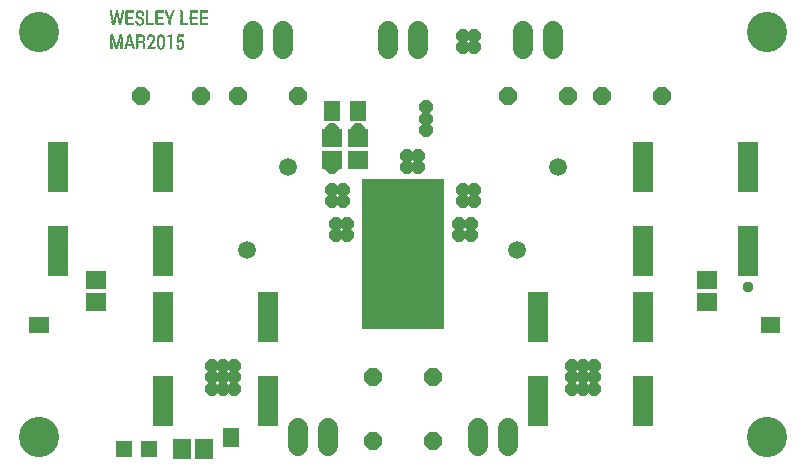
<source format=gts>
G75*
G70*
%OFA0B0*%
%FSLAX24Y24*%
%IPPOS*%
%LPD*%
%AMOC8*
5,1,8,0,0,1.08239X$1,22.5*
%
%ADD10R,0.2750X0.5000*%
%ADD11R,0.0070X0.0010*%
%ADD12R,0.0010X0.0010*%
%ADD13R,0.0050X0.0010*%
%ADD14R,0.0060X0.0010*%
%ADD15R,0.0270X0.0010*%
%ADD16R,0.0130X0.0010*%
%ADD17R,0.0140X0.0010*%
%ADD18R,0.0150X0.0010*%
%ADD19R,0.0160X0.0010*%
%ADD20R,0.0170X0.0010*%
%ADD21R,0.0190X0.0010*%
%ADD22R,0.0210X0.0010*%
%ADD23R,0.0080X0.0010*%
%ADD24R,0.0260X0.0010*%
%ADD25R,0.0090X0.0010*%
%ADD26R,0.0100X0.0010*%
%ADD27R,0.0040X0.0010*%
%ADD28R,0.0110X0.0010*%
%ADD29R,0.0280X0.0010*%
%ADD30R,0.0250X0.0010*%
%ADD31R,0.0020X0.0010*%
%ADD32R,0.0230X0.0010*%
%ADD33R,0.0220X0.0010*%
%ADD34R,0.0200X0.0010*%
%ADD35R,0.0120X0.0010*%
%ADD36R,0.0030X0.0010*%
%ADD37R,0.0240X0.0010*%
%ADD38OC8,0.0600*%
%ADD39R,0.0671X0.0592*%
%ADD40R,0.0580X0.0330*%
%ADD41OC8,0.0480*%
%ADD42C,0.0595*%
%ADD43C,0.1340*%
%ADD44R,0.0710X0.1655*%
%ADD45C,0.0680*%
%ADD46R,0.0330X0.0580*%
%ADD47R,0.0592X0.0671*%
%ADD48R,0.0552X0.0552*%
%ADD49OC8,0.0437*%
%ADD50OC8,0.0358*%
D10*
X014900Y011625D03*
D11*
X006830Y018425D03*
X006900Y018495D03*
X006910Y018505D03*
X006920Y018515D03*
X006920Y018535D03*
X006920Y018555D03*
X006930Y018565D03*
X006920Y018575D03*
X006930Y018585D03*
X006930Y018605D03*
X006930Y018625D03*
X006930Y018645D03*
X006930Y018655D03*
X006930Y018665D03*
X006930Y018685D03*
X006930Y018705D03*
X006930Y018725D03*
X006930Y018735D03*
X006930Y018745D03*
X006920Y018775D03*
X006920Y018795D03*
X006920Y018815D03*
X006910Y018825D03*
X006900Y018835D03*
X006830Y018905D03*
X006750Y018835D03*
X006750Y018825D03*
X006740Y018815D03*
X006740Y018795D03*
X006730Y018785D03*
X006730Y018765D03*
X006730Y018755D03*
X006730Y018745D03*
X006730Y018735D03*
X006730Y018725D03*
X006730Y018715D03*
X006730Y018705D03*
X006730Y018695D03*
X006730Y018685D03*
X006730Y018675D03*
X006730Y018665D03*
X006730Y018655D03*
X006730Y018645D03*
X006730Y018635D03*
X006730Y018625D03*
X006730Y018615D03*
X006730Y018605D03*
X006730Y018595D03*
X006730Y018585D03*
X006730Y018575D03*
X006730Y018565D03*
X006730Y018545D03*
X006740Y018535D03*
X006740Y018515D03*
X006750Y018505D03*
X006750Y018495D03*
X006540Y018635D03*
X006530Y018625D03*
X006520Y018615D03*
X006510Y018605D03*
X006490Y018565D03*
X006480Y018555D03*
X006470Y018545D03*
X006460Y018535D03*
X006450Y018525D03*
X006430Y018485D03*
X006280Y018455D03*
X006270Y018465D03*
X006270Y018475D03*
X006270Y018485D03*
X006270Y018495D03*
X006270Y018505D03*
X006270Y018515D03*
X006270Y018525D03*
X006270Y018535D03*
X006270Y018545D03*
X006270Y018565D03*
X006270Y018585D03*
X006260Y018595D03*
X006250Y018625D03*
X006250Y018705D03*
X006260Y018715D03*
X006260Y018735D03*
X006260Y018755D03*
X006270Y018765D03*
X006270Y018775D03*
X006270Y018785D03*
X006260Y018815D03*
X006260Y018825D03*
X006250Y018845D03*
X006400Y018795D03*
X006410Y018805D03*
X006410Y018815D03*
X006410Y018825D03*
X006420Y018835D03*
X006430Y018845D03*
X006400Y018775D03*
X006510Y018905D03*
X006580Y018845D03*
X006590Y018825D03*
X006600Y018815D03*
X006600Y018795D03*
X006600Y018775D03*
X006600Y018755D03*
X006590Y018745D03*
X006590Y018725D03*
X006580Y018715D03*
X006580Y018695D03*
X006570Y018685D03*
X006560Y018675D03*
X006550Y018655D03*
X006280Y018435D03*
X006040Y018435D03*
X006040Y018455D03*
X006040Y018475D03*
X006040Y018495D03*
X006050Y018505D03*
X006040Y018515D03*
X006040Y018535D03*
X006040Y018555D03*
X006040Y018575D03*
X006050Y018585D03*
X006040Y018595D03*
X006040Y018615D03*
X006040Y018635D03*
X006040Y018695D03*
X006040Y018715D03*
X006040Y018735D03*
X006050Y018745D03*
X006040Y018755D03*
X006040Y018775D03*
X006040Y018795D03*
X006040Y018815D03*
X006050Y018825D03*
X006040Y018835D03*
X006040Y018855D03*
X005820Y018795D03*
X005820Y018775D03*
X005830Y018765D03*
X005830Y018745D03*
X005840Y018735D03*
X005840Y018715D03*
X005850Y018685D03*
X005860Y018655D03*
X005870Y018625D03*
X005890Y018545D03*
X005900Y018535D03*
X005900Y018515D03*
X005900Y018495D03*
X005910Y018485D03*
X005920Y018455D03*
X005920Y018435D03*
X005670Y018525D03*
X005670Y018535D03*
X005670Y018545D03*
X005660Y018515D03*
X005660Y018495D03*
X005650Y018465D03*
X005640Y018455D03*
X005640Y018435D03*
X005510Y018445D03*
X005510Y018465D03*
X005510Y018485D03*
X005510Y018505D03*
X005510Y018525D03*
X005510Y018545D03*
X005510Y018565D03*
X005510Y018585D03*
X005510Y018605D03*
X005510Y018625D03*
X005510Y018645D03*
X005510Y018665D03*
X005690Y018605D03*
X005700Y018635D03*
X005700Y018655D03*
X005710Y018665D03*
X005720Y018695D03*
X005720Y018715D03*
X005730Y018745D03*
X005740Y018775D03*
X005780Y018895D03*
X005680Y019295D03*
X005690Y019305D03*
X005680Y019315D03*
X005680Y019335D03*
X005680Y019355D03*
X005680Y019375D03*
X005690Y019385D03*
X005680Y019395D03*
X005680Y019415D03*
X005680Y019435D03*
X005680Y019515D03*
X005680Y019535D03*
X005690Y019545D03*
X005680Y019555D03*
X005680Y019575D03*
X005680Y019595D03*
X005680Y019615D03*
X005690Y019625D03*
X005680Y019635D03*
X005680Y019655D03*
X005560Y019655D03*
X005550Y019645D03*
X005550Y019625D03*
X005540Y019595D03*
X005540Y019575D03*
X005530Y019545D03*
X005530Y019525D03*
X005520Y019495D03*
X005520Y019475D03*
X005510Y019425D03*
X005500Y019395D03*
X005420Y019435D03*
X005400Y019515D03*
X005320Y019535D03*
X005300Y019455D03*
X005200Y019455D03*
X005200Y019475D03*
X005190Y019505D03*
X005180Y019535D03*
X005180Y019555D03*
X005180Y019575D03*
X005170Y019605D03*
X005170Y019615D03*
X005170Y019625D03*
X005160Y019655D03*
X005160Y019675D03*
X005160Y019695D03*
X005150Y019705D03*
X005360Y019695D03*
X005360Y019675D03*
X005360Y019655D03*
X005560Y019675D03*
X005560Y019695D03*
X005200Y019435D03*
X005210Y019405D03*
X005240Y019255D03*
X005250Y019245D03*
X005470Y019245D03*
X005470Y019265D03*
X005470Y019285D03*
X006000Y019355D03*
X006010Y019325D03*
X006010Y019315D03*
X006020Y019295D03*
X006030Y019285D03*
X006130Y019225D03*
X006230Y019305D03*
X006240Y019315D03*
X006240Y019335D03*
X006240Y019355D03*
X006240Y019375D03*
X006230Y019385D03*
X006230Y019405D03*
X006370Y019405D03*
X006380Y019415D03*
X006370Y019425D03*
X006380Y019435D03*
X006380Y019455D03*
X006370Y019465D03*
X006380Y019475D03*
X006370Y019485D03*
X006380Y019495D03*
X006370Y019505D03*
X006380Y019515D03*
X006380Y019535D03*
X006370Y019545D03*
X006380Y019555D03*
X006370Y019565D03*
X006380Y019575D03*
X006370Y019585D03*
X006380Y019595D03*
X006380Y019615D03*
X006370Y019625D03*
X006380Y019635D03*
X006370Y019645D03*
X006380Y019655D03*
X006370Y019665D03*
X006380Y019675D03*
X006380Y019695D03*
X006370Y019705D03*
X006230Y019625D03*
X006230Y019615D03*
X006220Y019635D03*
X006210Y019645D03*
X006240Y019595D03*
X006240Y019575D03*
X006130Y019705D03*
X006030Y019645D03*
X006030Y019625D03*
X006020Y019615D03*
X006020Y019595D03*
X006020Y019575D03*
X006020Y019555D03*
X006030Y019545D03*
X006370Y019385D03*
X006380Y019395D03*
X006380Y019375D03*
X006380Y019355D03*
X006370Y019345D03*
X006380Y019335D03*
X006370Y019325D03*
X006380Y019315D03*
X006370Y019305D03*
X006380Y019295D03*
X006680Y019295D03*
X006690Y019305D03*
X006680Y019315D03*
X006680Y019335D03*
X006680Y019355D03*
X006680Y019375D03*
X006690Y019385D03*
X006680Y019395D03*
X006680Y019415D03*
X006680Y019435D03*
X006680Y019515D03*
X006680Y019535D03*
X006690Y019545D03*
X006680Y019555D03*
X006680Y019575D03*
X006680Y019595D03*
X006680Y019615D03*
X006690Y019625D03*
X006680Y019635D03*
X006680Y019655D03*
X006990Y019685D03*
X007000Y019675D03*
X007000Y019665D03*
X007000Y019655D03*
X007010Y019645D03*
X007010Y019625D03*
X007020Y019615D03*
X007030Y019595D03*
X007030Y019585D03*
X007040Y019575D03*
X007050Y019545D03*
X007060Y019535D03*
X007060Y019515D03*
X007070Y019505D03*
X007080Y019495D03*
X007150Y019485D03*
X007160Y019495D03*
X007160Y019515D03*
X007170Y019525D03*
X007180Y019535D03*
X007180Y019555D03*
X007190Y019565D03*
X007200Y019595D03*
X007210Y019605D03*
X007210Y019625D03*
X007220Y019635D03*
X007230Y019665D03*
X007240Y019675D03*
X007240Y019685D03*
X007240Y019695D03*
X007250Y019705D03*
X007510Y019705D03*
X007520Y019695D03*
X007510Y019685D03*
X007520Y019675D03*
X007520Y019655D03*
X007520Y019635D03*
X007510Y019625D03*
X007520Y019615D03*
X007510Y019605D03*
X007520Y019595D03*
X007520Y019575D03*
X007520Y019555D03*
X007510Y019545D03*
X007520Y019535D03*
X007510Y019525D03*
X007520Y019515D03*
X007520Y019495D03*
X007520Y019475D03*
X007510Y019465D03*
X007520Y019455D03*
X007510Y019445D03*
X007520Y019435D03*
X007520Y019415D03*
X007520Y019395D03*
X007510Y019385D03*
X007520Y019375D03*
X007510Y019365D03*
X007520Y019355D03*
X007520Y019335D03*
X007520Y019315D03*
X007510Y019305D03*
X007520Y019295D03*
X007510Y019285D03*
X007820Y019295D03*
X007820Y019315D03*
X007820Y019335D03*
X007820Y019355D03*
X007820Y019375D03*
X007820Y019395D03*
X007820Y019415D03*
X007820Y019435D03*
X007820Y019515D03*
X007820Y019535D03*
X007820Y019555D03*
X007820Y019575D03*
X007820Y019595D03*
X007820Y019615D03*
X007820Y019635D03*
X007820Y019655D03*
X008160Y019655D03*
X008160Y019635D03*
X008170Y019625D03*
X008160Y019615D03*
X008160Y019595D03*
X008160Y019575D03*
X008160Y019555D03*
X008170Y019545D03*
X008160Y019535D03*
X008160Y019515D03*
X008160Y019435D03*
X008160Y019415D03*
X008160Y019395D03*
X008170Y019385D03*
X008160Y019375D03*
X008160Y019355D03*
X008160Y019335D03*
X008160Y019315D03*
X008170Y019305D03*
X008160Y019295D03*
X007550Y018685D03*
X007570Y018645D03*
X007580Y018635D03*
X007570Y018625D03*
X007580Y018615D03*
X007580Y018595D03*
X007580Y018575D03*
X007580Y018555D03*
X007580Y018535D03*
X007570Y018525D03*
X007570Y018515D03*
X007570Y018505D03*
X007560Y018495D03*
X007550Y018485D03*
X007410Y018485D03*
X007400Y018495D03*
X007390Y018505D03*
X007390Y018525D03*
X007390Y018545D03*
X007390Y018665D03*
X007400Y018675D03*
X007400Y018735D03*
X007400Y018755D03*
X007400Y018775D03*
X007400Y018795D03*
X007500Y018735D03*
X007170Y018735D03*
X007170Y018745D03*
X007170Y018765D03*
X007170Y018785D03*
X007170Y018805D03*
X007170Y018815D03*
X007170Y018825D03*
X007160Y018835D03*
X007170Y018725D03*
X007170Y018705D03*
X007170Y018685D03*
X007170Y018665D03*
X007170Y018655D03*
X007170Y018645D03*
X007170Y018625D03*
X007170Y018605D03*
X007170Y018585D03*
X007170Y018575D03*
X007170Y018565D03*
X007170Y018545D03*
X007170Y018525D03*
X007170Y018505D03*
X007170Y018495D03*
X007170Y018485D03*
X007170Y018465D03*
X007170Y018445D03*
X007120Y019235D03*
X007120Y019255D03*
X007120Y019275D03*
X007110Y019285D03*
X007120Y019295D03*
X007110Y019305D03*
X007120Y019315D03*
X007120Y019335D03*
X007120Y019355D03*
X007110Y019365D03*
X007120Y019375D03*
X007110Y019385D03*
X007120Y019395D03*
X005350Y018485D03*
X005350Y018465D03*
X005180Y018475D03*
X005180Y018495D03*
X005180Y018515D03*
X005180Y018535D03*
X005180Y018555D03*
X005180Y018575D03*
X005180Y018595D03*
X005180Y018615D03*
X005180Y018635D03*
X005180Y018655D03*
X005180Y018675D03*
X005180Y018695D03*
X005180Y018715D03*
X005180Y018735D03*
X005180Y018755D03*
X005180Y018455D03*
X005180Y018435D03*
D12*
X006080Y019225D03*
X006180Y019225D03*
X006130Y019435D03*
X006160Y019485D03*
X006220Y019565D03*
X006240Y019565D03*
X006260Y019565D03*
X006150Y019655D03*
X006080Y019705D03*
X006000Y019365D03*
X006460Y018905D03*
X007090Y018835D03*
X007110Y018835D03*
X007110Y018895D03*
X007370Y018555D03*
X007390Y018555D03*
X007410Y018555D03*
X007440Y018425D03*
X007520Y018425D03*
X007500Y018685D03*
D13*
X007400Y018725D03*
X007400Y018745D03*
X007400Y018765D03*
X007400Y018785D03*
X007480Y018425D03*
X006920Y018805D03*
X006740Y018805D03*
X006740Y018525D03*
X005860Y018645D03*
X005840Y018725D03*
X005820Y018785D03*
X005740Y018765D03*
X005720Y018705D03*
X005700Y018645D03*
X005440Y018725D03*
X005430Y018715D03*
X005430Y018705D03*
X005430Y018695D03*
X005420Y018685D03*
X005420Y018665D03*
X005410Y018655D03*
X005410Y018645D03*
X005410Y018635D03*
X005400Y018625D03*
X005400Y018605D03*
X005390Y018595D03*
X005390Y018575D03*
X005390Y018555D03*
X005380Y018545D03*
X005320Y018545D03*
X005310Y018555D03*
X005310Y018575D03*
X005300Y018585D03*
X005300Y018595D03*
X005300Y018605D03*
X005290Y018615D03*
X005290Y018625D03*
X005290Y018635D03*
X005280Y018645D03*
X005280Y018665D03*
X005270Y018695D03*
X005260Y018725D03*
X005260Y018745D03*
X005250Y018755D03*
X005240Y018785D03*
X005180Y018785D03*
X005180Y018765D03*
X005180Y018745D03*
X005180Y018725D03*
X005180Y018705D03*
X005180Y018685D03*
X005180Y018665D03*
X005180Y018645D03*
X005320Y018525D03*
X005350Y018435D03*
X005440Y018745D03*
X005440Y018765D03*
X005450Y018775D03*
X005450Y018785D03*
X005500Y019385D03*
X005510Y019435D03*
X005520Y019465D03*
X005520Y019485D03*
X005540Y019585D03*
X005560Y019685D03*
X005360Y019685D03*
X005360Y019705D03*
X005390Y019555D03*
X005400Y019525D03*
X005400Y019505D03*
X005410Y019475D03*
X005420Y019445D03*
X005420Y019425D03*
X005430Y019395D03*
X005300Y019445D03*
X005300Y019465D03*
X005310Y019495D03*
X005320Y019525D03*
X005320Y019545D03*
X005290Y019415D03*
X005280Y019385D03*
X005280Y019365D03*
X005220Y019365D03*
X005200Y019445D03*
X005200Y019465D03*
X005180Y019565D03*
X005160Y019665D03*
X006240Y019325D03*
X007060Y019525D03*
X007160Y019505D03*
D14*
X007175Y019545D03*
X007195Y019585D03*
X007225Y019645D03*
X007045Y019565D03*
X007045Y019555D03*
X007025Y019605D03*
X007075Y019485D03*
X007115Y019405D03*
X007115Y019345D03*
X007115Y019325D03*
X007115Y019265D03*
X007115Y019245D03*
X007515Y019325D03*
X007515Y019345D03*
X007515Y019405D03*
X007515Y019425D03*
X007515Y019485D03*
X007515Y019505D03*
X007515Y019565D03*
X007515Y019585D03*
X007515Y019645D03*
X007515Y019665D03*
X007825Y019645D03*
X007825Y019625D03*
X007825Y019605D03*
X007825Y019585D03*
X007825Y019565D03*
X007825Y019545D03*
X007825Y019525D03*
X007825Y019505D03*
X007825Y019445D03*
X007825Y019425D03*
X007825Y019405D03*
X007825Y019385D03*
X007825Y019365D03*
X007825Y019345D03*
X007825Y019325D03*
X007825Y019305D03*
X007825Y019285D03*
X008165Y019285D03*
X008165Y019325D03*
X008165Y019345D03*
X008165Y019365D03*
X008165Y019405D03*
X008165Y019425D03*
X008165Y019445D03*
X008165Y019505D03*
X008165Y019525D03*
X008165Y019565D03*
X008165Y019585D03*
X008165Y019605D03*
X008165Y019645D03*
X007405Y018855D03*
X007405Y018845D03*
X007405Y018835D03*
X007405Y018825D03*
X007405Y018815D03*
X007405Y018805D03*
X007395Y018655D03*
X007385Y018535D03*
X007395Y018515D03*
X007575Y018545D03*
X007575Y018565D03*
X007575Y018585D03*
X007575Y018605D03*
X007165Y018615D03*
X007165Y018635D03*
X007165Y018595D03*
X007165Y018555D03*
X007165Y018535D03*
X007165Y018515D03*
X007165Y018475D03*
X007165Y018455D03*
X007165Y018435D03*
X007165Y018675D03*
X007165Y018695D03*
X007165Y018715D03*
X007165Y018755D03*
X007165Y018775D03*
X007165Y018795D03*
X006925Y018785D03*
X006925Y018765D03*
X006925Y018755D03*
X006925Y018715D03*
X006925Y018695D03*
X006925Y018675D03*
X006925Y018635D03*
X006925Y018615D03*
X006925Y018595D03*
X006925Y018545D03*
X006915Y018525D03*
X006895Y018485D03*
X006755Y018485D03*
X006735Y018555D03*
X006545Y018645D03*
X006555Y018665D03*
X006585Y018705D03*
X006595Y018765D03*
X006595Y018785D03*
X006595Y018805D03*
X006735Y018775D03*
X006755Y018845D03*
X006905Y018845D03*
X006495Y018585D03*
X006405Y018765D03*
X006405Y018785D03*
X006265Y018795D03*
X006265Y018805D03*
X006265Y018745D03*
X006255Y018725D03*
X006265Y018605D03*
X006265Y018575D03*
X006265Y018555D03*
X006275Y018445D03*
X006045Y018445D03*
X006045Y018465D03*
X006045Y018485D03*
X006045Y018525D03*
X006045Y018545D03*
X006045Y018565D03*
X006045Y018605D03*
X006045Y018625D03*
X006045Y018705D03*
X006045Y018725D03*
X006045Y018765D03*
X006045Y018785D03*
X006045Y018805D03*
X006045Y018845D03*
X005835Y018755D03*
X005845Y018705D03*
X005845Y018695D03*
X005855Y018675D03*
X005855Y018665D03*
X005865Y018635D03*
X005875Y018615D03*
X005875Y018605D03*
X005895Y018525D03*
X005905Y018505D03*
X005915Y018475D03*
X005915Y018465D03*
X005925Y018445D03*
X005655Y018475D03*
X005655Y018485D03*
X005655Y018505D03*
X005645Y018445D03*
X005515Y018455D03*
X005515Y018475D03*
X005515Y018495D03*
X005515Y018515D03*
X005515Y018535D03*
X005515Y018555D03*
X005515Y018575D03*
X005515Y018595D03*
X005515Y018615D03*
X005515Y018635D03*
X005515Y018655D03*
X005515Y018675D03*
X005515Y018685D03*
X005515Y018695D03*
X005515Y018705D03*
X005515Y018715D03*
X005515Y018725D03*
X005515Y018735D03*
X005515Y018745D03*
X005515Y018755D03*
X005515Y018765D03*
X005515Y018775D03*
X005515Y018785D03*
X005445Y018755D03*
X005435Y018735D03*
X005415Y018675D03*
X005405Y018615D03*
X005285Y018655D03*
X005275Y018675D03*
X005275Y018685D03*
X005265Y018705D03*
X005265Y018715D03*
X005255Y018735D03*
X005245Y018765D03*
X005185Y018625D03*
X005185Y018605D03*
X005185Y018585D03*
X005185Y018565D03*
X005185Y018545D03*
X005185Y018525D03*
X005185Y018505D03*
X005185Y018485D03*
X005185Y018465D03*
X005185Y018445D03*
X005345Y018445D03*
X005345Y018455D03*
X005515Y018435D03*
X005695Y018615D03*
X005695Y018625D03*
X005715Y018675D03*
X005715Y018685D03*
X005725Y018725D03*
X005725Y018735D03*
X005735Y018755D03*
X005745Y018785D03*
X005745Y018795D03*
X005745Y018805D03*
X005815Y018805D03*
X005785Y018905D03*
X005685Y019285D03*
X005685Y019325D03*
X005685Y019345D03*
X005685Y019365D03*
X005685Y019405D03*
X005685Y019425D03*
X005685Y019445D03*
X005685Y019505D03*
X005685Y019525D03*
X005685Y019565D03*
X005685Y019585D03*
X005685Y019605D03*
X005685Y019645D03*
X005555Y019635D03*
X005545Y019615D03*
X005545Y019605D03*
X005535Y019565D03*
X005535Y019555D03*
X005535Y019535D03*
X005525Y019515D03*
X005525Y019505D03*
X005515Y019455D03*
X005515Y019445D03*
X005505Y019415D03*
X005505Y019405D03*
X005435Y019385D03*
X005425Y019405D03*
X005425Y019415D03*
X005415Y019455D03*
X005415Y019465D03*
X005405Y019485D03*
X005405Y019495D03*
X005395Y019535D03*
X005395Y019545D03*
X005325Y019555D03*
X005315Y019515D03*
X005315Y019505D03*
X005305Y019485D03*
X005305Y019475D03*
X005295Y019435D03*
X005295Y019425D03*
X005285Y019405D03*
X005285Y019395D03*
X005215Y019395D03*
X005215Y019385D03*
X005205Y019415D03*
X005205Y019425D03*
X005195Y019485D03*
X005195Y019495D03*
X005185Y019515D03*
X005185Y019525D03*
X005185Y019545D03*
X005175Y019585D03*
X005175Y019595D03*
X005165Y019635D03*
X005165Y019645D03*
X005155Y019685D03*
X005555Y019665D03*
X005565Y019705D03*
X006015Y019605D03*
X006015Y019585D03*
X006015Y019565D03*
X006005Y019345D03*
X006005Y019335D03*
X006015Y019305D03*
X006245Y019345D03*
X006245Y019365D03*
X006375Y019365D03*
X006375Y019285D03*
X006375Y019445D03*
X006375Y019525D03*
X006375Y019605D03*
X006375Y019685D03*
X006235Y019605D03*
X006235Y019585D03*
X006685Y019585D03*
X006685Y019605D03*
X006685Y019565D03*
X006685Y019525D03*
X006685Y019505D03*
X006685Y019445D03*
X006685Y019425D03*
X006685Y019405D03*
X006685Y019365D03*
X006685Y019345D03*
X006685Y019325D03*
X006685Y019285D03*
X006685Y019645D03*
X005475Y019235D03*
X005245Y019235D03*
D15*
X005790Y019245D03*
X005790Y019265D03*
X005790Y019665D03*
X005780Y019675D03*
X005790Y019685D03*
X005780Y019695D03*
X005790Y019705D03*
X006780Y019695D03*
X006790Y019705D03*
X006790Y019685D03*
X006780Y019675D03*
X006790Y019665D03*
X006790Y019265D03*
X006790Y019245D03*
X006510Y018465D03*
X006510Y018455D03*
X006510Y018445D03*
X006510Y018435D03*
X005790Y018565D03*
X005780Y018575D03*
X007920Y019275D03*
X007930Y019265D03*
X007930Y019245D03*
X008270Y019245D03*
X008270Y019265D03*
X008270Y019665D03*
X008260Y019675D03*
X008270Y019685D03*
X008260Y019695D03*
X008270Y019705D03*
X007930Y019705D03*
X007920Y019695D03*
X007920Y019675D03*
X007930Y019665D03*
D16*
X007110Y019475D03*
X007140Y018885D03*
X006830Y018895D03*
X006510Y018895D03*
X006830Y018435D03*
X006150Y019455D03*
X005470Y019375D03*
X005360Y019565D03*
X005250Y019375D03*
X005210Y018795D03*
X005210Y018775D03*
D17*
X007485Y018435D03*
D18*
X007120Y018855D03*
X007120Y018875D03*
X006830Y018885D03*
X006510Y018885D03*
X006830Y018445D03*
X006130Y019465D03*
X006120Y019475D03*
X006120Y019695D03*
D19*
X007125Y018865D03*
X007125Y018845D03*
X007485Y018445D03*
D20*
X006830Y018455D03*
X006830Y018875D03*
X006130Y019235D03*
X006120Y019685D03*
D21*
X006130Y019245D03*
X006110Y018905D03*
X006500Y018875D03*
X006830Y018865D03*
X006830Y018465D03*
X007480Y018455D03*
D22*
X007480Y018465D03*
X007470Y018705D03*
X007490Y018875D03*
X007490Y018885D03*
X007490Y018895D03*
X006130Y019255D03*
X006130Y019675D03*
D23*
X006205Y019655D03*
X006035Y019525D03*
X006025Y019535D03*
X006215Y019415D03*
X006235Y019395D03*
X006225Y019295D03*
X006225Y019285D03*
X006255Y018835D03*
X006435Y018855D03*
X006585Y018835D03*
X006595Y018735D03*
X006505Y018595D03*
X006445Y018515D03*
X006435Y018495D03*
X006255Y018615D03*
X005785Y018875D03*
X005785Y018885D03*
X005345Y018505D03*
X005345Y018475D03*
X005195Y018905D03*
X005245Y019265D03*
X005245Y019275D03*
X005245Y019285D03*
X005355Y019665D03*
X006985Y019695D03*
X006985Y019705D03*
X007015Y019635D03*
X007195Y019575D03*
X007205Y019615D03*
X007225Y019655D03*
X007115Y019425D03*
X007115Y019415D03*
X007165Y018895D03*
X007405Y018685D03*
X007555Y018675D03*
X007565Y018665D03*
X007565Y018655D03*
X007545Y018475D03*
D24*
X006515Y018475D03*
X006135Y018875D03*
X005785Y018595D03*
X005785Y018585D03*
X007925Y019685D03*
D25*
X007110Y019435D03*
X006890Y018855D03*
X006770Y018855D03*
X006570Y018855D03*
X006490Y018575D03*
X006440Y018505D03*
X006230Y018635D03*
X006230Y018695D03*
X006230Y018855D03*
X005780Y018865D03*
X005780Y018845D03*
X005500Y018885D03*
X005500Y018895D03*
X005500Y018905D03*
X005200Y018885D03*
X005190Y018895D03*
X005200Y018865D03*
X005200Y018845D03*
X005350Y018495D03*
X005470Y019255D03*
X005470Y019275D03*
X005470Y019295D03*
X005470Y019305D03*
X005470Y019315D03*
X005250Y019295D03*
X005240Y019305D03*
X005360Y019605D03*
X005360Y019625D03*
X005350Y019635D03*
X005360Y019645D03*
X006030Y019635D03*
X006050Y019655D03*
X006050Y019515D03*
X006060Y019505D03*
X006190Y019435D03*
X006200Y019425D03*
X006210Y019275D03*
X006050Y019275D03*
X006770Y018475D03*
X006890Y018475D03*
X007410Y018475D03*
X007500Y018725D03*
D26*
X007115Y019445D03*
X005785Y018855D03*
X005495Y018855D03*
X005495Y018865D03*
X005495Y018875D03*
X005495Y018845D03*
X005495Y018835D03*
X005195Y018875D03*
X005345Y018515D03*
X005245Y019315D03*
X005465Y019335D03*
D27*
X005395Y018585D03*
X005385Y018565D03*
X005375Y018525D03*
X005305Y018565D03*
D28*
X005340Y018535D03*
X005210Y018805D03*
X005210Y018825D03*
X005200Y018835D03*
X005200Y018855D03*
X005490Y018825D03*
X005490Y018805D03*
X005780Y018835D03*
X005470Y019325D03*
X005470Y019345D03*
X005470Y019365D03*
X005250Y019345D03*
X005240Y019335D03*
X005250Y019325D03*
X005360Y019575D03*
X005360Y019595D03*
X005360Y019615D03*
X006090Y019485D03*
X006170Y019445D03*
X007120Y019455D03*
D29*
X006785Y019275D03*
X006785Y019255D03*
X006785Y019235D03*
X005785Y019235D03*
X005785Y019255D03*
X005785Y019275D03*
X005785Y018555D03*
X007925Y019235D03*
X007925Y019255D03*
X008265Y019255D03*
X008265Y019275D03*
X008265Y019235D03*
D30*
X008250Y019455D03*
X008250Y019475D03*
X008250Y019495D03*
X007910Y019495D03*
X007910Y019475D03*
X007910Y019455D03*
X007610Y019275D03*
X007610Y019265D03*
X007610Y019255D03*
X007610Y019245D03*
X007610Y019235D03*
X006770Y019455D03*
X006770Y019475D03*
X006770Y019495D03*
X006470Y019275D03*
X006460Y019265D03*
X006470Y019255D03*
X006460Y019245D03*
X006470Y019235D03*
X006140Y018865D03*
X006140Y018685D03*
X006130Y018675D03*
X006130Y018655D03*
X006140Y018645D03*
X005770Y019455D03*
X005770Y019475D03*
X005770Y019495D03*
D31*
X007405Y018645D03*
D32*
X007910Y019485D03*
X008250Y019465D03*
X006770Y019465D03*
X006130Y019265D03*
X005770Y019465D03*
X006120Y018895D03*
X006130Y018885D03*
X006130Y018665D03*
D33*
X007475Y018695D03*
X007485Y018865D03*
X007495Y018905D03*
X006125Y019665D03*
D34*
X006505Y018865D03*
X007465Y018715D03*
D35*
X007115Y019465D03*
X006075Y019495D03*
X005465Y019355D03*
X005245Y019355D03*
X005355Y019585D03*
X005485Y018815D03*
X005485Y018795D03*
X005205Y018815D03*
X005785Y018815D03*
X005785Y018825D03*
D36*
X007060Y018835D03*
X007190Y018905D03*
D37*
X006775Y019485D03*
X005775Y019485D03*
X007915Y019465D03*
X008255Y019485D03*
D38*
X008150Y016875D03*
X009400Y016875D03*
X011400Y016875D03*
X006150Y016875D03*
X013900Y007500D03*
X015900Y007500D03*
X015900Y005375D03*
X013900Y005375D03*
X018400Y016875D03*
X020400Y016875D03*
X021525Y016875D03*
X023525Y016875D03*
D39*
X025025Y010749D03*
X025025Y010001D03*
X013400Y014751D03*
X013400Y015499D03*
X012525Y015499D03*
X012525Y014751D03*
X004650Y010749D03*
X004650Y010001D03*
D40*
X009150Y005662D03*
X009150Y005338D03*
X012525Y016213D03*
X012525Y016537D03*
X013400Y016537D03*
X013400Y016213D03*
D41*
X014668Y011887D03*
X015168Y011863D03*
X015680Y011875D03*
X015680Y011363D03*
X015180Y011387D03*
X014668Y011375D03*
X014156Y011363D03*
X014156Y011875D03*
D42*
X011069Y014503D03*
X009691Y011747D03*
X018691Y011747D03*
X020069Y014503D03*
D43*
X027025Y019000D03*
X027025Y005500D03*
X002775Y005500D03*
X002775Y019000D03*
D44*
X003400Y014523D03*
X003400Y011727D03*
X006900Y011727D03*
X006900Y009523D03*
X006900Y006727D03*
X010400Y006727D03*
X010400Y009523D03*
X006900Y014523D03*
X019400Y009523D03*
X022900Y009523D03*
X022900Y011727D03*
X022900Y014523D03*
X026400Y014523D03*
X026400Y011727D03*
X022900Y006727D03*
X019400Y006727D03*
D45*
X018400Y005800D02*
X018400Y005200D01*
X017400Y005200D02*
X017400Y005800D01*
X012400Y005800D02*
X012400Y005200D01*
X011400Y005200D02*
X011400Y005800D01*
X010900Y018450D02*
X010900Y019050D01*
X009900Y019050D02*
X009900Y018450D01*
X014400Y018450D02*
X014400Y019050D01*
X015400Y019050D02*
X015400Y018450D01*
X018900Y018450D02*
X018900Y019050D01*
X019900Y019050D02*
X019900Y018450D01*
D46*
X026988Y009250D03*
X027312Y009250D03*
X002937Y009250D03*
X002613Y009250D03*
D47*
X007526Y005125D03*
X008274Y005125D03*
D48*
X005612Y005125D03*
X006438Y005125D03*
D49*
X008525Y007125D03*
X008525Y007500D03*
X008900Y007500D03*
X008900Y007125D03*
X009275Y007125D03*
X009275Y007500D03*
X009275Y007875D03*
X008900Y007875D03*
X008525Y007875D03*
X012650Y012250D03*
X013025Y012250D03*
X013025Y012625D03*
X012650Y012625D03*
X012525Y013375D03*
X012525Y013750D03*
X012900Y013750D03*
X012900Y013375D03*
X012525Y014500D03*
X012525Y015750D03*
X013400Y015750D03*
X015025Y014875D03*
X015400Y014875D03*
X015400Y014500D03*
X015025Y014500D03*
X015650Y015750D03*
X015650Y016125D03*
X015650Y016500D03*
X016900Y018500D03*
X016900Y018875D03*
X017275Y018875D03*
X017275Y018500D03*
X017275Y013750D03*
X017275Y013375D03*
X016900Y013375D03*
X016900Y013750D03*
X016775Y012625D03*
X017150Y012625D03*
X017150Y012250D03*
X016775Y012250D03*
X020525Y007875D03*
X020900Y007875D03*
X020900Y007500D03*
X020900Y007125D03*
X020525Y007125D03*
X020525Y007500D03*
X021275Y007500D03*
X021275Y007125D03*
X021275Y007875D03*
D50*
X026400Y010500D03*
M02*

</source>
